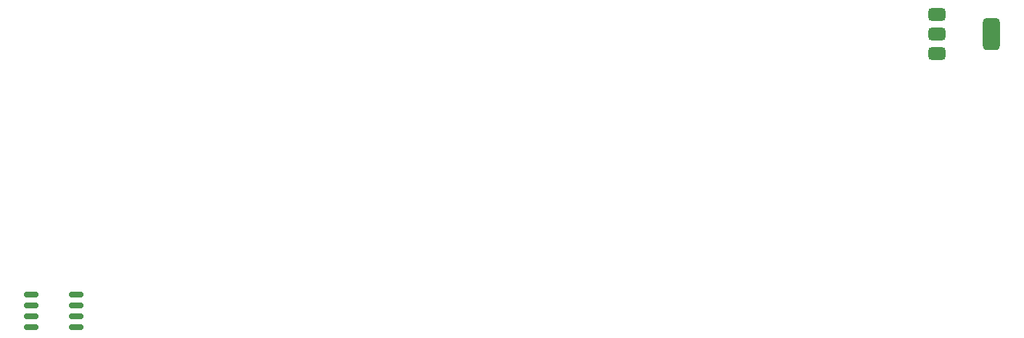
<source format=gtp>
%TF.GenerationSoftware,KiCad,Pcbnew,9.0.2-9.0.2-0~ubuntu24.04.1*%
%TF.CreationDate,2025-07-04T20:19:56-04:00*%
%TF.ProjectId,PCBbot,50434262-6f74-42e6-9b69-6361645f7063,rev?*%
%TF.SameCoordinates,Original*%
%TF.FileFunction,Paste,Top*%
%TF.FilePolarity,Positive*%
%FSLAX46Y46*%
G04 Gerber Fmt 4.6, Leading zero omitted, Abs format (unit mm)*
G04 Created by KiCad (PCBNEW 9.0.2-9.0.2-0~ubuntu24.04.1) date 2025-07-04 20:19:56*
%MOMM*%
%LPD*%
G01*
G04 APERTURE LIST*
G04 Aperture macros list*
%AMRoundRect*
0 Rectangle with rounded corners*
0 $1 Rounding radius*
0 $2 $3 $4 $5 $6 $7 $8 $9 X,Y pos of 4 corners*
0 Add a 4 corners polygon primitive as box body*
4,1,4,$2,$3,$4,$5,$6,$7,$8,$9,$2,$3,0*
0 Add four circle primitives for the rounded corners*
1,1,$1+$1,$2,$3*
1,1,$1+$1,$4,$5*
1,1,$1+$1,$6,$7*
1,1,$1+$1,$8,$9*
0 Add four rect primitives between the rounded corners*
20,1,$1+$1,$2,$3,$4,$5,0*
20,1,$1+$1,$4,$5,$6,$7,0*
20,1,$1+$1,$6,$7,$8,$9,0*
20,1,$1+$1,$8,$9,$2,$3,0*%
G04 Aperture macros list end*
%ADD10RoundRect,0.375000X-0.625000X-0.375000X0.625000X-0.375000X0.625000X0.375000X-0.625000X0.375000X0*%
%ADD11RoundRect,0.500000X-0.500000X-1.400000X0.500000X-1.400000X0.500000X1.400000X-0.500000X1.400000X0*%
%ADD12RoundRect,0.150000X-0.675000X-0.150000X0.675000X-0.150000X0.675000X0.150000X-0.675000X0.150000X0*%
G04 APERTURE END LIST*
D10*
%TO.C,U2*%
X158250000Y-32300000D03*
X158250000Y-34600000D03*
D11*
X164550000Y-34600000D03*
D10*
X158250000Y-36900000D03*
%TD*%
D12*
%TO.C,U11*%
X52575000Y-65095000D03*
X52575000Y-66365000D03*
X52575000Y-67635000D03*
X52575000Y-68905000D03*
X57825000Y-68905000D03*
X57825000Y-67635000D03*
X57825000Y-66365000D03*
X57825000Y-65095000D03*
%TD*%
M02*

</source>
